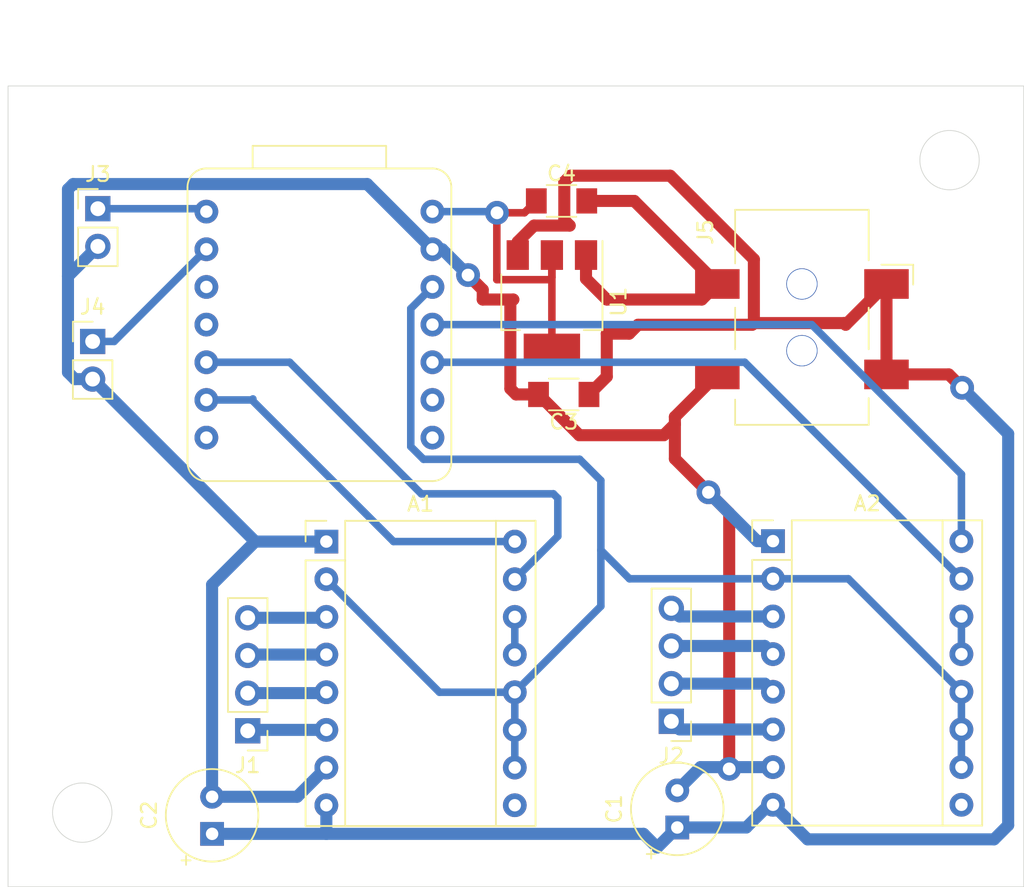
<source format=kicad_pcb>
(kicad_pcb (version 20240108) (generator "pcbnew") (generator_version "8.0")
  (layers (0 "F.Cu" signal) (31 "B.Cu" signal) (34 "B.Paste" user) (35 "F.Paste" user) (36 "B.SilkS" user "B.Silkscreen") (37 "F.SilkS" user "F.Silkscreen") (38 "B.Mask" user) (39 "F.Mask" user) (44 "Edge.Cuts" user))
  (net 0 "")
  (net 1 "D0")
  (net 2 "Net-(A1-1B)")
  (net 4 "Net-(A1-~{RESET})")
  (net 5 "+12V")
  (net 6 "+3.3V")
  (net 7 "Net-(A1-2A)")
  (net 8 "GND")
  (net 9 "Net-(A1-2B)")
  (net 10 "Net-(A1-1A)")
  (net 11 "D1")
  (net 12 "Net-(A2-1A)")
  (net 13 "Net-(A2-~{RESET})")
  (net 14 "Net-(A2-1B)")
  (net 15 "Net-(A2-2A)")
  (net 17 "Net-(A2-2B)")
  (net 18 "D4")
  (net 19 "D5")
  (net 23 "D10")
  (net 24 "D9")
  (net 27 "VCC")
  (footprint "Connector_PinHeader_2.54mm:PinHeader_1x04_P2.54mm_Vertical" (layer "F.Cu") (at 111.7 83.48 180)
    (property "Reference" "J1" (at 0 -2.33 180) (layer "F.SilkS"))
    (property "Value" "Conn_01x04_Pin")
    (fp_line (start 1.33 1.27) (end 1.33 8.95) (stroke (width 0.12)) (layer "F.SilkS"))
    (fp_line (start -1.33 8.95) (end 1.33 8.95) (stroke (width 0.12)) (layer "F.SilkS"))
    (fp_line (start -1.33 1.27) (end 1.33 1.27) (stroke (width 0.12)) (layer "F.SilkS"))
    (fp_line (start -1.33 1.27) (end -1.33 8.95) (stroke (width 0.12)) (layer "F.SilkS"))
    (fp_line (start -1.33 0) (end -1.33 -1.33) (stroke (width 0.12)) (layer "F.SilkS"))
    (fp_line (start -1.33 -1.33) (end 0 -1.33) (stroke (width 0.12)) (layer "F.SilkS"))
    (pad "1" thru_hole rect (at 0 0 180) (size 1.7 1.7) (drill 1) (layers "*.Cu" "*.Mask") (net 9 "Net-(A1-2B)"))
    (pad "2" thru_hole oval (at 0 2.54 180) (size 1.7 1.7) (drill 1) (layers "*.Cu" "*.Mask") (net 7 "Net-(A1-2A)"))
    (pad "3" thru_hole oval (at 0 5.08 180) (size 1.7 1.7) (drill 1) (layers "*.Cu" "*.Mask") (net 10 "Net-(A1-1A)"))
    (pad "4" thru_hole oval (at 0 7.62 180) (size 1.7 1.7) (drill 1) (layers "*.Cu" "*.Mask") (net 2 "Net-(A1-1B)"))
  )
  (footprint "Connector_PinHeader_2.54mm:PinHeader_1x02_P2.54mm_Vertical" (layer "F.Cu") (at 101.6 48.275)
    (property "Reference" "J3" (at 0 -2.33 0) (layer "F.SilkS"))
    (property "Value" "Conn_01x02_Pin")
    (fp_line (start -1.33 -1.33) (end 0 -1.33) (stroke (width 0.12)) (layer "F.SilkS"))
    (fp_line (start -1.33 0) (end -1.33 -1.33) (stroke (width 0.12)) (layer "F.SilkS"))
    (fp_line (start -1.33 1.27) (end -1.33 3.87) (stroke (width 0.12)) (layer "F.SilkS"))
    (fp_line (start -1.33 1.27) (end 1.33 1.27) (stroke (width 0.12)) (layer "F.SilkS"))
    (fp_line (start -1.33 3.87) (end 1.33 3.87) (stroke (width 0.12)) (layer "F.SilkS"))
    (fp_line (start 1.33 1.27) (end 1.33 3.87) (stroke (width 0.12)) (layer "F.SilkS"))
    (pad "1" thru_hole rect (at 0 0) (size 1.7 1.7) (drill 1) (layers "*.Cu" "*.Mask") (net 1 "D0"))
    (pad "2" thru_hole oval (at 0 2.54) (size 1.7 1.7) (drill 1) (layers "*.Cu" "*.Mask") (net 8 "GND"))
  )
  (footprint "Module:Pololu_Breakout-16_15.2x20.3mm" (layer "F.Cu") (at 117 70.72)
    (property "Reference" "A1" (at 6.35 -2.54 0) (layer "F.SilkS"))
    (property "Value" "Pololu_Breakout_A4988")
    (fp_line (start -1.4 -1.4) (end -1.4 0) (stroke (width 0.12)) (layer "F.SilkS"))
    (fp_line (start -1.4 1.27) (end -1.4 19.18) (stroke (width 0.12)) (layer "F.SilkS"))
    (fp_line (start -1.4 19.18) (end 14.1 19.18) (stroke (width 0.12)) (layer "F.SilkS"))
    (fp_line (start 0 -1.4) (end -1.4 -1.4) (stroke (width 0.12)) (layer "F.SilkS"))
    (fp_line (start 1.27 -1.4) (end 1.27 1.27) (stroke (width 0.12)) (layer "F.SilkS"))
    (fp_line (start 1.27 1.27) (end -1.4 1.27) (stroke (width 0.12)) (layer "F.SilkS"))
    (fp_line (start 1.27 1.27) (end 1.27 19.18) (stroke (width 0.12)) (layer "F.SilkS"))
    (fp_line (start 11.43 -1.4) (end 11.43 19.18) (stroke (width 0.12)) (layer "F.SilkS"))
    (fp_line (start 14.1 -1.4) (end 1.27 -1.4) (stroke (width 0.12)) (layer "F.SilkS"))
    (fp_line (start 14.1 19.18) (end 14.1 -1.4) (stroke (width 0.12)) (layer "F.SilkS"))
    (pad "1" thru_hole rect (at 0 0) (size 1.6 1.6) (drill 0.8382) (layers "*.Cu" "*.Mask") (net 8 "GND"))
    (pad "2" thru_hole oval (at 0 2.54) (size 1.6 1.6) (drill 0.8382) (layers "*.Cu" "*.Mask") (net 6 "+3.3V"))
    (pad "3" thru_hole oval (at 0 5.08) (size 1.6 1.6) (drill 0.8382) (layers "*.Cu" "*.Mask") (net 2 "Net-(A1-1B)"))
    (pad "4" thru_hole oval (at 0 7.62) (size 1.6 1.6) (drill 0.8382) (layers "*.Cu" "*.Mask") (net 10 "Net-(A1-1A)"))
    (pad "5" thru_hole oval (at 0 10.16) (size 1.6 1.6) (drill 0.8382) (layers "*.Cu" "*.Mask") (net 7 "Net-(A1-2A)"))
    (pad "6" thru_hole oval (at 0 12.7) (size 1.6 1.6) (drill 0.8382) (layers "*.Cu" "*.Mask") (net 9 "Net-(A1-2B)"))
    (pad "7" thru_hole oval (at 0 15.24) (size 1.6 1.6) (drill 0.8382) (layers "*.Cu" "*.Mask") (net 8 "GND"))
    (pad "8" thru_hole oval (at 0 17.78) (size 1.6 1.6) (drill 0.8382) (layers "*.Cu" "*.Mask") (net 5 "+12V"))
    (pad "9" thru_hole oval (at 12.7 17.78) (size 1.6 1.6) (drill 0.8382) (layers "*.Cu" "*.Mask"))
    (pad "10" thru_hole oval (at 12.7 15.24) (size 1.6 1.6) (drill 0.8382) (layers "*.Cu" "*.Mask") (net 6 "+3.3V"))
    (pad "11" thru_hole oval (at 12.7 12.7) (size 1.6 1.6) (drill 0.8382) (layers "*.Cu" "*.Mask") (net 6 "+3.3V"))
    (pad "12" thru_hole oval (at 12.7 10.16) (size 1.6 1.6) (drill 0.8382) (layers "*.Cu" "*.Mask") (net 6 "+3.3V"))
    (pad "13" thru_hole oval (at 12.7 7.62) (size 1.6 1.6) (drill 0.8382) (layers "*.Cu" "*.Mask") (net 4 "Net-(A1-~{RESET})"))
    (pad "14" thru_hole oval (at 12.7 5.08) (size 1.6 1.6) (drill 0.8382) (layers "*.Cu" "*.Mask") (net 4 "Net-(A1-~{RESET})"))
    (pad "15" thru_hole oval (at 12.7 2.54) (size 1.6 1.6) (drill 0.8382) (layers "*.Cu" "*.Mask") (net 18 "D4"))
    (pad "16" thru_hole oval (at 12.7 0) (size 1.6 1.6) (drill 0.8382) (layers "*.Cu" "*.Mask") (net 19 "D5"))
  )
  (footprint "Capacitor_THT:CP_Radial_Tantal_D6.0mm_P2.50mm" (layer "F.Cu") (at 140.65 90 90)
    (property "Reference" "C1" (at 1.25 -4.25 90) (layer "F.SilkS"))
    (property "Value" "C")
    (fp_line (start -1.789749 -2.055) (end -1.789749 -1.455) (stroke (width 0.12)) (layer "F.SilkS"))
    (fp_line (start -2.089749 -1.755) (end -1.489749 -1.755) (stroke (width 0.12)) (layer "F.SilkS"))
    (fp_circle (center 1.25 0) (end 4.37 0) (stroke (width 0.12)) (fill none) (layer "F.SilkS"))
    (pad "1" thru_hole rect (at 0 0 90) (size 1.6 1.6) (drill 0.8382) (layers "*.Cu" "*.Mask") (net 5 "+12V"))
    (pad "2" thru_hole circle (at 2.5 0 90) (size 1.6 1.6) (drill 0.8382) (layers "*.Cu" "*.Mask") (net 8 "GND"))
  )
  (footprint "fab:C_1206" (layer "F.Cu") (at 133 60.8 180)
    (property "Reference" "C3" (at 0 -1.85 0) (layer "F.SilkS"))
    (property "Value" "10uF")
    (fp_line (start 1 1.07) (end -1 1.07) (stroke (width 0.12)) (layer "F.SilkS"))
    (fp_line (start -1 -1.07) (end 1 -1.07) (stroke (width 0.12)) (layer "F.SilkS"))
    (pad "1" smd rect (at -1.7 0 180) (size 1.4 1.7) (layers "F.Cu" "F.Paste" "F.Mask") (net 5 "+12V"))
    (pad "2" smd rect (at 1.7 0 180) (size 1.4 1.7) (layers "F.Cu" "F.Paste" "F.Mask") (net 8 "GND"))
  )
  (footprint "Module:Pololu_Breakout-16_15.2x20.3mm" (layer "F.Cu") (at 147.1 70.69)
    (property "Reference" "A2" (at 6.35 -2.54 0) (layer "F.SilkS"))
    (property "Value" "Pololu_Breakout_A4988")
    (fp_line (start -1.4 -1.4) (end -1.4 0) (stroke (width 0.12)) (layer "F.SilkS"))
    (fp_line (start -1.4 1.27) (end -1.4 19.18) (stroke (width 0.12)) (layer "F.SilkS"))
    (fp_line (start -1.4 19.18) (end 14.1 19.18) (stroke (width 0.12)) (layer "F.SilkS"))
    (fp_line (start 0 -1.4) (end -1.4 -1.4) (stroke (width 0.12)) (layer "F.SilkS"))
    (fp_line (start 1.27 -1.4) (end 1.27 1.27) (stroke (width 0.12)) (layer "F.SilkS"))
    (fp_line (start 1.27 1.27) (end -1.4 1.27) (stroke (width 0.12)) (layer "F.SilkS"))
    (fp_line (start 1.27 1.27) (end 1.27 19.18) (stroke (width 0.12)) (layer "F.SilkS"))
    (fp_line (start 11.43 -1.4) (end 11.43 19.18) (stroke (width 0.12)) (layer "F.SilkS"))
    (fp_line (start 14.1 -1.4) (end 1.27 -1.4) (stroke (width 0.12)) (layer "F.SilkS"))
    (fp_line (start 14.1 19.18) (end 14.1 -1.4) (stroke (width 0.12)) (layer "F.SilkS"))
    (pad "1" thru_hole rect (at 0 0) (size 1.6 1.6) (drill 0.8382) (layers "*.Cu" "*.Mask") (net 8 "GND"))
    (pad "2" thru_hole oval (at 0 2.54) (size 1.6 1.6) (drill 0.8382) (layers "*.Cu" "*.Mask") (net 6 "+3.3V"))
    (pad "3" thru_hole oval (at 0 5.08) (size 1.6 1.6) (drill 0.8382) (layers "*.Cu" "*.Mask") (net 14 "Net-(A2-1B)"))
    (pad "4" thru_hole oval (at 0 7.62) (size 1.6 1.6) (drill 0.8382) (layers "*.Cu" "*.Mask") (net 12 "Net-(A2-1A)"))
    (pad "5" thru_hole oval (at 0 10.16) (size 1.6 1.6) (drill 0.8382) (layers "*.Cu" "*.Mask") (net 15 "Net-(A2-2A)"))
    (pad "6" thru_hole oval (at 0 12.7) (size 1.6 1.6) (drill 0.8382) (layers "*.Cu" "*.Mask") (net 17 "Net-(A2-2B)"))
    (pad "7" thru_hole oval (at 0 15.24) (size 1.6 1.6) (drill 0.8382) (layers "*.Cu" "*.Mask") (net 8 "GND"))
    (pad "8" thru_hole oval (at 0 17.78) (size 1.6 1.6) (drill 0.8382) (layers "*.Cu" "*.Mask") (net 5 "+12V"))
    (pad "9" thru_hole oval (at 12.7 17.78) (size 1.6 1.6) (drill 0.8382) (layers "*.Cu" "*.Mask"))
    (pad "10" thru_hole oval (at 12.7 15.24) (size 1.6 1.6) (drill 0.8382) (layers "*.Cu" "*.Mask") (net 6 "+3.3V"))
    (pad "11" thru_hole oval (at 12.7 12.7) (size 1.6 1.6) (drill 0.8382) (layers "*.Cu" "*.Mask") (net 6 "+3.3V"))
    (pad "12" thru_hole oval (at 12.7 10.16) (size 1.6 1.6) (drill 0.8382) (layers "*.Cu" "*.Mask") (net 6 "+3.3V"))
    (pad "13" thru_hole oval (at 12.7 7.62) (size 1.6 1.6) (drill 0.8382) (layers "*.Cu" "*.Mask") (net 13 "Net-(A2-~{RESET})"))
    (pad "14" thru_hole oval (at 12.7 5.08) (size 1.6 1.6) (drill 0.8382) (layers "*.Cu" "*.Mask") (net 13 "Net-(A2-~{RESET})"))
    (pad "15" thru_hole oval (at 12.7 2.54) (size 1.6 1.6) (drill 0.8382) (layers "*.Cu" "*.Mask") (net 24 "D9"))
    (pad "16" thru_hole oval (at 12.7 0) (size 1.6 1.6) (drill 0.8382) (layers "*.Cu" "*.Mask") (net 23 "D10"))
  )
  (footprint "fab:SOT-223-3_TabPin2" (layer "F.Cu") (at 132.2 54.55 -90)
    (property "Reference" "U1" (at 0 -4.5 90) (layer "F.SilkS"))
    (property "Value" "Regulator_Linear_5.0V_1A_OnSemi")
    (fp_line (start -1.85 3.41) (end 1.91 3.41) (stroke (width 0.12)) (layer "F.SilkS"))
    (fp_line (start 1.91 3.41) (end 1.91 2.15) (stroke (width 0.12)) (layer "F.SilkS"))
    (fp_line (start -4.1 -3.41) (end 1.91 -3.41) (stroke (width 0.12)) (layer "F.SilkS"))
    (fp_line (start 1.91 -3.41) (end 1.91 -2.15) (stroke (width 0.12)) (layer "F.SilkS"))
    (pad "1" smd rect (at -3.15 -2.3 270) (size 2 1.5) (layers "F.Cu" "F.Paste" "F.Mask") (net 8 "GND"))
    (pad "2" smd rect (at -3.15 0 270) (size 2 1.5) (layers "F.Cu" "F.Paste" "F.Mask") (net 27 "VCC"))
    (pad "2" smd rect (at 3.15 0 270) (size 2 3.8) (layers "F.Cu" "F.Paste" "F.Mask") (net 27 "VCC"))
    (pad "3" smd rect (at -3.15 2.3 270) (size 2 1.5) (layers "F.Cu" "F.Paste" "F.Mask") (net 5 "+12V"))
  )
  (footprint "Connector_PinHeader_2.54mm:PinHeader_1x02_P2.54mm_Vertical" (layer "F.Cu") (at 101.25 57.225)
    (property "Reference" "J4" (at 0 -2.33 0) (layer "F.SilkS"))
    (property "Value" "Conn_01x02_Pin")
    (fp_line (start -1.33 -1.33) (end 0 -1.33) (stroke (width 0.12)) (layer "F.SilkS"))
    (fp_line (start -1.33 0) (end -1.33 -1.33) (stroke (width 0.12)) (layer "F.SilkS"))
    (fp_line (start -1.33 1.27) (end -1.33 3.87) (stroke (width 0.12)) (layer "F.SilkS"))
    (fp_line (start -1.33 1.27) (end 1.33 1.27) (stroke (width 0.12)) (layer "F.SilkS"))
    (fp_line (start -1.33 3.87) (end 1.33 3.87) (stroke (width 0.12)) (layer "F.SilkS"))
    (fp_line (start 1.33 1.27) (end 1.33 3.87) (stroke (width 0.12)) (layer "F.SilkS"))
    (pad "1" thru_hole rect (at 0 0) (size 1.7 1.7) (drill 1) (layers "*.Cu" "*.Mask") (net 11 "D1"))
    (pad "2" thru_hole oval (at 0 2.54) (size 1.7 1.7) (drill 1) (layers "*.Cu" "*.Mask") (net 8 "GND"))
  )
  (footprint "fab:CUIDevices_PJ-002AH-SMT-TR_PWRJack_2x5.5mm" (layer "F.Cu") (at 149.05 56.35 -90)
    (property "Reference" "J5" (at -6.5 6.5 90) (layer "F.SilkS"))
    (property "Value" "Conn_PWRJack_2x5.5mm_CUIDevices_PJ-002AH-SMT-TR")
    (fp_line (start -8 4.5) (end -4.39 4.5) (stroke (width 0.12)) (layer "F.SilkS"))
    (fp_line (start -8 4.5) (end -8 -4.5) (stroke (width 0.12)) (layer "F.SilkS"))
    (fp_line (start -1.4 4.5) (end 1.4 4.5) (stroke (width 0.12)) (layer "F.SilkS"))
    (fp_line (start 6.5 4.5) (end 4.8 4.5) (stroke (width 0.12)) (layer "F.SilkS"))
    (fp_line (start -8 -4.5) (end -4.6 -4.5) (stroke (width 0.12)) (layer "F.SilkS"))
    (fp_line (start -1.4 -4.5) (end 1.4 -4.5) (stroke (width 0.12)) (layer "F.SilkS"))
    (fp_line (start 4.7 -4.5) (end 6.5 -4.5) (stroke (width 0.12)) (layer "F.SilkS"))
    (fp_line (start 6.5 -4.5) (end 6.5 4.5) (stroke (width 0.12)) (layer "F.SilkS"))
    (fp_line (start -4.3 -7.5) (end -4.3 -5.36) (stroke (width 0.12)) (layer "F.SilkS"))
    (fp_line (start -2.96 -7.5) (end -4.3 -7.5) (stroke (width 0.12)) (layer "F.SilkS"))
    (pad "" thru_hole circle (at -3 0) (size 2.1 2.1) (drill 2) (layers "*.Cu" "*.Mask"))
    (pad "" thru_hole circle (at 1.5 0) (size 2.1 2.1) (drill 2) (layers "*.Cu" "*.Mask"))
    (pad "1" smd rect (at -3 -5.7) (size 3 2) (layers "F.Cu" "F.Paste" "F.Mask") (net 5 "+12V"))
    (pad "1" smd rect (at 3.1 -5.7) (size 3 2) (layers "F.Cu" "F.Paste" "F.Mask") (net 5 "+12V"))
    (pad "2" smd rect (at 3.1 5.7) (size 3 2) (layers "F.Cu" "F.Paste" "F.Mask") (net 8 "GND"))
    (pad "3" smd rect (at -3 5.7) (size 3 2) (layers "F.Cu" "F.Paste" "F.Mask") (net 8 "GND"))
  )
  (footprint "Capacitor_THT:CP_Radial_Tantal_D6.0mm_P2.50mm" (layer "F.Cu") (at 109.3 90.43 90)
    (property "Reference" "C2" (at 1.25 -4.25 90) (layer "F.SilkS"))
    (property "Value" "C")
    (fp_line (start -1.789749 -2.055) (end -1.789749 -1.455) (stroke (width 0.12)) (layer "F.SilkS"))
    (fp_line (start -2.089749 -1.755) (end -1.489749 -1.755) (stroke (width 0.12)) (layer "F.SilkS"))
    (fp_circle (center 1.25 0) (end 4.37 0) (stroke (width 0.12)) (fill none) (layer "F.SilkS"))
    (pad "1" thru_hole rect (at 0 0 90) (size 1.6 1.6) (drill 0.8382) (layers "*.Cu" "*.Mask") (net 5 "+12V"))
    (pad "2" thru_hole circle (at 2.5 0 90) (size 1.6 1.6) (drill 0.8382) (layers "*.Cu" "*.Mask") (net 8 "GND"))
  )
  (footprint "fab:SeeedStudio_XIAO_ESP32C3" (layer "F.Cu") (at 116.53 56.09)
    (property "Reference" "M1" (hide yes))
    (property "Value" "Module_XIAO-ESP32C3")
    (fp_line (start -8.8875 9.281) (end -8.8875 -9.261) (stroke (width 0.12)) (layer "F.SilkS"))
    (fp_line (start -7.6175 -10.531) (end 7.6225 -10.531) (stroke (width 0.12)) (layer "F.SilkS"))
    (fp_line (start 7.6225 10.551) (end -7.6175 10.551) (stroke (width 0.12)) (layer "F.SilkS"))
    (fp_line (start 8.8925 -9.261) (end 8.8925 9.281) (stroke (width 0.12)) (layer "F.SilkS"))
    (fp_rect (start -4.4975 -10.531) (end 4.5025 -12.055) (stroke (width 0.12)) (fill none) (layer "F.SilkS"))
    (fp_arc (start -8.8875 -9.261) (mid -8.515526 -10.159026) (end -7.6175 -10.531) (stroke (width 0.12)) (layer "F.SilkS"))
    (fp_arc (start -7.6175 10.551) (mid -8.515526 10.179026) (end -8.8875 9.281) (stroke (width 0.12)) (layer "F.SilkS"))
    (fp_arc (start 7.6225 -10.531) (mid 8.520526 -10.159026) (end 8.8925 -9.261) (stroke (width 0.12)) (layer "F.SilkS"))
    (fp_arc (start 8.8925 9.281) (mid 8.520526 10.179026) (end 7.6225 10.551) (stroke (width 0.12)) (layer "F.SilkS"))
    (pad "1" thru_hole circle (at -7.615 -7.62) (size 1.6 1.6) (drill 0.8382) (layers "*.Cu" "*.Mask") (net 1 "D0"))
    (pad "2" thru_hole circle (at -7.615 -5.08) (size 1.6 1.6) (drill 0.8382) (layers "*.Cu" "*.Mask") (net 11 "D1"))
    (pad "3" thru_hole circle (at -7.615 -2.54) (size 1.6 1.6) (drill 0.8382) (layers "*.Cu" "*.Mask"))
    (pad "4" thru_hole circle (at -7.615 0) (size 1.6 1.6) (drill 0.8382) (layers "*.Cu" "*.Mask"))
    (pad "5" thru_hole circle (at -7.615 2.54) (size 1.6 1.6) (drill 0.8382) (layers "*.Cu" "*.Mask") (net 18 "D4"))
    (pad "6" thru_hole circle (at -7.615 5.08) (size 1.6 1.6) (drill 0.8382) (layers "*.Cu" "*.Mask") (net 19 "D5"))
    (pad "7" thru_hole circle (at -7.615 7.62) (size 1.6 1.6) (drill 0.8382) (layers "*.Cu" "*.Mask"))
    (pad "8" thru_hole circle (at 7.62 7.62) (size 1.6 1.6) (drill 0.8382) (layers "*.Cu" "*.Mask"))
    (pad "9" thru_hole circle (at 7.62 5.08) (size 1.6 1.6) (drill 0.8382) (layers "*.Cu" "*.Mask"))
    (pad "10" thru_hole circle (at 7.62 2.54) (size 1.6 1.6) (drill 0.8382) (layers "*.Cu" "*.Mask") (net 24 "D9"))
    (pad "11" thru_hole circle (at 7.62 0) (size 1.6 1.6) (drill 0.8382) (layers "*.Cu" "*.Mask") (net 23 "D10"))
    (pad "12" thru_hole circle (at 7.62 -2.54) (size 1.6 1.6) (drill 0.8382) (layers "*.Cu" "*.Mask") (net 6 "+3.3V"))
    (pad "13" thru_hole circle (at 7.62 -5.08) (size 1.6 1.6) (drill 0.8382) (layers "*.Cu" "*.Mask") (net 8 "GND"))
    (pad "14" thru_hole circle (at 7.62 -7.62) (size 1.6 1.6) (drill 0.8382) (layers "*.Cu" "*.Mask") (net 27 "VCC"))
  )
  (footprint "Connector_PinHeader_2.54mm:PinHeader_1x04_P2.54mm_Vertical" (layer "F.Cu") (at 140.25 82.84 180)
    (property "Reference" "J2" (at 0 -2.33 180) (layer "F.SilkS"))
    (property "Value" "Conn_01x04_Pin")
    (fp_line (start 1.33 1.27) (end 1.33 8.95) (stroke (width 0.12)) (layer "F.SilkS"))
    (fp_line (start -1.33 8.95) (end 1.33 8.95) (stroke (width 0.12)) (layer "F.SilkS"))
    (fp_line (start -1.33 1.27) (end 1.33 1.27) (stroke (width 0.12)) (layer "F.SilkS"))
    (fp_line (start -1.33 1.27) (end -1.33 8.95) (stroke (width 0.12)) (layer "F.SilkS"))
    (fp_line (start -1.33 0) (end -1.33 -1.33) (stroke (width 0.12)) (layer "F.SilkS"))
    (fp_line (start -1.33 -1.33) (end 0 -1.33) (stroke (width 0.12)) (layer "F.SilkS"))
    (pad "1" thru_hole rect (at 0 0 180) (size 1.7 1.7) (drill 1) (layers "*.Cu" "*.Mask") (net 17 "Net-(A2-2B)"))
    (pad "2" thru_hole oval (at 0 2.54 180) (size 1.7 1.7) (drill 1) (layers "*.Cu" "*.Mask") (net 15 "Net-(A2-2A)"))
    (pad "3" thru_hole oval (at 0 5.08 180) (size 1.7 1.7) (drill 1) (layers "*.Cu" "*.Mask") (net 12 "Net-(A2-1A)"))
    (pad "4" thru_hole oval (at 0 7.62 180) (size 1.7 1.7) (drill 1) (layers "*.Cu" "*.Mask") (net 14 "Net-(A2-1B)"))
  )
  (footprint "fab:C_1206" (layer "F.Cu") (at 132.85 47.75)
    (property "Reference" "C4" (at 0 -1.85 0) (layer "F.SilkS"))
    (property "Value" "10uF")
    (fp_line (start -1 -1.07) (end 1 -1.07) (stroke (width 0.12)) (layer "F.SilkS"))
    (fp_line (start 1 1.07) (end -1 1.07) (stroke (width 0.12)) (layer "F.SilkS"))
    (pad "1" smd rect (at -1.7 0) (size 1.4 1.7) (layers "F.Cu" "F.Paste" "F.Mask") (net 27 "VCC"))
    (pad "2" smd rect (at 1.7 0) (size 1.4 1.7) (layers "F.Cu" "F.Paste" "F.Mask") (net 8 "GND"))
  )
  (gr_circle (center 159 45) (end 159 47) (stroke (width 0.05)) (fill none) (layer "Edge.Cuts"))
  (gr_circle (center 100.55 89) (end 100.55 91) (stroke (width 0.05)) (fill none) (layer "Edge.Cuts"))
  (gr_rect (start 95.55 40) (end 164 94) (stroke (width 0.05)) (fill none) (layer "Edge.Cuts"))
  (segment (start 108.72 48.275) (end 108.915 48.47) (width 0.508) (layer "B.Cu") (net 1))
  (segment (start 101.6 48.275) (end 108.72 48.275) (width 0.508) (layer "B.Cu") (net 1))
  (segment (start 116.94 75.86) (end 117 75.8) (width 0.508) (layer "F.Cu") (net 2))
  (segment (start 111.7 75.86) (end 116.94 75.86) (width 0.8128) (layer "B.Cu") (net 2))
  (segment (start 129.7 75.8) (end 129.7 78.34) (width 0.508) (layer "B.Cu") (net 4))
  (segment (start 129.9 50.508684) (end 129.9 51.4) (width 0.8128) (layer "F.Cu") (net 5))
  (segment (start 133.0372 46.4628) (end 133.0372 49.05) (width 0.8128) (layer "F.Cu") (net 5))
  (segment (start 145.8128 55.9872) (end 151.8872 55.9872) (width 0.8128) (layer "F.Cu") (net 5))
  (segment (start 133.4 49.4128) (end 130.995884 49.4128) (width 0.8128) (layer "F.Cu") (net 5))
  (segment (start 152 56.1) (end 154.75 53.35) (width 0.8128) (layer "F.Cu") (net 5))
  (segment (start 140.1756 46.05) (end 133.45 46.05) (width 0.8128) (layer "F.Cu") (net 5))
  (segment (start 133.0372 49.05) (end 133.4 49.4128) (width 0.8128) (layer "F.Cu") (net 5))
  (segment (start 154.75 59.45) (end 158.95 59.45) (width 0.8128) (layer "F.Cu") (net 5))
  (segment (start 158.95 59.45) (end 159.85 60.35) (width 0.8128) (layer "F.Cu") (net 5))
  (segment (start 151.8872 55.9872) (end 152 56.1) (width 0.8128) (layer "F.Cu") (net 5))
  (segment (start 130.995884 49.4128) (end 129.9 50.508684) (width 0.8128) (layer "F.Cu") (net 5))
  (segment (start 135.9 59.6) (end 135.9 56.7) (width 0.8128) (layer "F.Cu") (net 5))
  (segment (start 145.7 56.1) (end 145.8128 55.9872) (width 0.8128) (layer "F.Cu") (net 5))
  (segment (start 145.8128 55.9872) (end 145.8128 51.6872) (width 0.8128) (layer "F.Cu") (net 5))
  (segment (start 134.7 60.8) (end 135.9 59.6) (width 0.8128) (layer "F.Cu") (net 5))
  (segment (start 154.75 59.45) (end 154.75 53.35) (width 0.8128) (layer "F.Cu") (net 5))
  (segment (start 135.9 56.7) (end 137.408 56.7) (width 0.8128) (layer "F.Cu") (net 5))
  (segment (start 137.408 56.7) (end 138.008 56.1) (width 0.8128) (layer "F.Cu") (net 5))
  (segment (start 147.1 88.47) (end 146.83 88.47) (width 0.8128) (layer "F.Cu") (net 5))
  (segment (start 133.45 46.05) (end 133.0372 46.4628) (width 0.8128) (layer "F.Cu") (net 5))
  (segment (start 138.008 56.1) (end 145.7 56.1) (width 0.8128) (layer "F.Cu") (net 5))
  (segment (start 145.8128 51.6872) (end 140.1756 46.05) (width 0.8128) (layer "F.Cu") (net 5))
  (via (at 159.85 60.35) (size 1.6) (drill 0.86) (layers "F.Cu" "B.Cu") (net 5))
  (segment (start 146.83 88.47) (end 145.3 90) (width 0.8128) (layer "B.Cu") (net 5))
  (segment (start 162.95 63.45) (end 159.85 60.35) (width 0.8128) (layer "B.Cu") (net 5))
  (segment (start 139.3 91.35) (end 140.65 90) (width 0.8128) (layer "B.Cu") (net 5))
  (segment (start 117 90.43) (end 109.3 90.43) (width 0.8128) (layer "B.Cu") (net 5))
  (segment (start 139.3 91.35) (end 138.38 90.43) (width 0.8128) (layer "B.Cu") (net 5))
  (segment (start 145.3 90) (end 140.65 90) (width 0.8128) (layer "B.Cu") (net 5))
  (segment (start 138.38 90.43) (end 117 90.43) (width 0.8128) (layer "B.Cu") (net 5))
  (segment (start 147.1 88.47) (end 149.43 90.8) (width 0.8128) (layer "B.Cu") (net 5))
  (segment (start 162 90.8) (end 162.95 89.85) (width 0.8128) (layer "B.Cu") (net 5))
  (segment (start 162.95 89.85) (end 162.95 63.45) (width 0.8128) (layer "B.Cu") (net 5))
  (segment (start 149.43 90.8) (end 162 90.8) (width 0.8128) (layer "B.Cu") (net 5))
  (segment (start 117 90.43) (end 117 88.5) (width 0.8128) (layer "B.Cu") (net 5))
  (segment (start 135.5 66.6) (end 134.0704 65.1704) (width 0.508) (layer "B.Cu") (net 6))
  (segment (start 123.545082 65.1704) (end 122.6896 64.314918) (width 0.508) (layer "B.Cu") (net 6))
  (segment (start 129.7 85.96) (end 129.7 83.42) (width 0.508) (layer "B.Cu") (net 6))
  (segment (start 122.6896 55.0104) (end 124.15 53.55) (width 0.508) (layer "B.Cu") (net 6))
  (segment (start 137.43 73.23) (end 147.1 73.23) (width 0.508) (layer "B.Cu") (net 6))
  (segment (start 122.6896 64.314918) (end 122.6896 55.0104) (width 0.508) (layer "B.Cu") (net 6))
  (segment (start 159.8 80.85) (end 159.8 83.39) (width 0.508) (layer "B.Cu") (net 6))
  (segment (start 135.5 71.3) (end 137.43 73.23) (width 0.508) (layer "B.Cu") (net 6))
  (segment (start 147.1 73.23) (end 152.18 73.23) (width 0.508) (layer "B.Cu") (net 6))
  (segment (start 159.8 83.39) (end 159.8 85.93) (width 0.508) (layer "B.Cu") (net 6))
  (segment (start 135.5 71.3) (end 135.5 66.6) (width 0.508) (layer "B.Cu") (net 6))
  (segment (start 135.5 75.08) (end 135.5 71.3) (width 0.508) (layer "B.Cu") (net 6))
  (segment (start 152.18 73.23) (end 159.8 80.85) (width 0.508) (layer "B.Cu") (net 6))
  (segment (start 124.62 80.88) (end 117 73.26) (width 0.508) (layer "B.Cu") (net 6))
  (segment (start 129.7 80.88) (end 124.62 80.88) (width 0.508) (layer "B.Cu") (net 6))
  (segment (start 129.7 80.88) (end 135.5 75.08) (width 0.508) (layer "B.Cu") (net 6))
  (segment (start 134.0704 65.1704) (end 123.545082 65.1704) (width 0.508) (layer "B.Cu") (net 6))
  (segment (start 129.7 83.42) (end 129.7 80.88) (width 0.508) (layer "B.Cu") (net 6))
  (segment (start 116.94 80.94) (end 117 80.88) (width 0.508) (layer "F.Cu") (net 7))
  (segment (start 111.7 80.94) (end 116.94 80.94) (width 0.8128) (layer "B.Cu") (net 7))
  (segment (start 134.05 63.55) (end 139.7396 63.55) (width 0.8128) (layer "F.Cu") (net 8))
  (segment (start 139.7396 63.55) (end 140.4896 62.8) (width 0.8128) (layer "F.Cu") (net 8))
  (segment (start 137.75 47.75) (end 143.35 53.35) (width 0.8128) (layer "F.Cu") (net 8))
  (segment (start 129.4 60.4128) (end 129.4 54.6) (width 0.8128) (layer "F.Cu") (net 8))
  (segment (start 129.7872 60.8) (end 129.4 60.4128) (width 0.8128) (layer "F.Cu") (net 8))
  (segment (start 127.54 54.4) (end 127.54 53.74) (width 0.8128) (layer "F.Cu") (net 8))
  (segment (start 134.55 47.75) (end 137.75 47.75) (width 0.8128) (layer "F.Cu") (net 8))
  (segment (start 140.4896 62.3104) (end 140.4896 62.8) (width 0.8128) (layer "F.Cu") (net 8))
  (segment (start 131.3 60.8) (end 129.7872 60.8) (width 0.8128) (layer "F.Cu") (net 8))
  (segment (start 127.54 53.74) (end 126.55 52.75) (width 0.8128) (layer "F.Cu") (net 8))
  (segment (start 134.5 53) (end 134.5 51.4) (width 0.8128) (layer "F.Cu") (net 8))
  (segment (start 134.05 63.55) (end 131.3 60.8) (width 0.8128) (layer "F.Cu") (net 8))
  (segment (start 129.4 54.6) (end 129.6 54.4) (width 0.8128) (layer "F.Cu") (net 8))
  (segment (start 142.3 54.4) (end 143.35 53.35) (width 0.8128) (layer "F.Cu") (net 8))
  (segment (start 140.4896 65.1396) (end 142.75 67.4) (width 0.8128) (layer "F.Cu") (net 8))
  (segment (start 129.6 54.4) (end 127.54 54.4) (width 0.8128) (layer "F.Cu") (net 8))
  (segment (start 135.9 54.4) (end 142.3 54.4) (width 0.8128) (layer "F.Cu") (net 8))
  (segment (start 140.4896 62.8) (end 140.4896 65.1396) (width 0.8128) (layer "F.Cu") (net 8))
  (segment (start 143.35 59.45) (end 140.4896 62.3104) (width 0.8128) (layer "F.Cu") (net 8))
  (segment (start 135.9 54.4) (end 134.5 53) (width 0.8128) (layer "F.Cu") (net 8))
  (segment (start 144.15 86.05) (end 144.15 68.8) (width 0.8128) (layer "F.Cu") (net 8))
  (segment (start 144.15 68.8) (end 142.75 67.4) (width 0.8128) (layer "F.Cu") (net 8))
  (via (at 142.75 67.4) (size 1.6) (drill 0.86) (layers "F.Cu" "B.Cu") (net 8))
  (via (at 126.55 52.75) (size 1.6) (drill 0.86) (layers "F.Cu" "B.Cu") (net 8))
  (via (at 144.15 86.05) (size 1.6) (drill 0.86) (layers "F.Cu" "B.Cu") (net 8))
  (segment (start 99.5872 52.8278) (end 101.6 50.815) (width 0.8128) (layer "B.Cu") (net 8))
  (segment (start 112.205 70.72) (end 117 70.72) (width 0.8128) (layer "B.Cu") (net 8))
  (segment (start 109.3 87.93) (end 115.03 87.93) (width 0.8128) (layer "B.Cu") (net 8))
  (segment (start 115.03 87.93) (end 117 85.96) (width 0.8128) (layer "B.Cu") (net 8))
  (segment (start 112.205 70.72) (end 109.3 73.625) (width 0.8128) (layer "B.Cu") (net 8))
  (segment (start 109.3 73.625) (end 109.3 87.93) (width 0.8128) (layer "B.Cu") (net 8))
  (segment (start 124.15 51.01) (end 119.7522 46.6122) (width 0.8128) (layer "B.Cu") (net 8))
  (segment (start 99.5872 46.9622) (end 99.5872 52.8278) (width 0.8128) (layer "B.Cu") (net 8))
  (segment (start 99.9372 46.6122) (end 99.5872 46.9622) (width 0.8128) (layer "B.Cu") (net 8))
  (segment (start 124.81 51.01) (end 126.55 52.75) (width 0.8128) (layer "B.Cu") (net 8))
  (segment (start 99.5872 59.304281) (end 99.5872 52.8278) (width 0.8128) (layer "B.Cu") (net 8))
  (segment (start 119.7522 46.6122) (end 99.9372 46.6122) (width 0.8128) (layer "B.Cu") (net 8))
  (segment (start 100.047919 59.765) (end 99.5872 59.304281) (width 0.8128) (layer "B.Cu") (net 8))
  (segment (start 147.1 70.69) (end 146.04 70.69) (width 0.8128) (layer "B.Cu") (net 8))
  (segment (start 146.04 70.69) (end 142.75 67.4) (width 0.8128) (layer "B.Cu") (net 8))
  (segment (start 101.25 59.765) (end 112.205 70.72) (width 0.8128) (layer "B.Cu") (net 8))
  (segment (start 142.22 85.93) (end 140.65 87.5) (width 0.8128) (layer "B.Cu") (net 8))
  (segment (start 124.15 51.01) (end 124.81 51.01) (width 0.8128) (layer "B.Cu") (net 8))
  (segment (start 101.25 59.765) (end 100.047919 59.765) (width 0.8128) (layer "B.Cu") (net 8))
  (segment (start 147.1 85.93) (end 142.22 85.93) (width 0.8128) (layer "B.Cu") (net 8))
  (segment (start 111.76 83.42) (end 111.7 83.48) (width 0.508) (layer "F.Cu") (net 9))
  (segment (start 117 83.42) (end 111.76 83.42) (width 0.8128) (layer "B.Cu") (net 9))
  (segment (start 111.76 78.34) (end 111.7 78.4) (width 0.508) (layer "F.Cu") (net 10))
  (segment (start 117 78.34) (end 111.76 78.34) (width 0.8128) (layer "B.Cu") (net 10))
  (segment (start 102.7 57.225) (end 108.915 51.01) (width 0.508) (layer "B.Cu") (net 11))
  (segment (start 101.25 57.225) (end 102.7 57.225) (width 0.508) (layer "B.Cu") (net 11))
  (segment (start 146.55 77.76) (end 147.1 78.31) (width 0.8128) (layer "B.Cu") (net 12))
  (segment (start 140.25 77.76) (end 146.55 77.76) (width 0.8128) (layer "B.Cu") (net 12))
  (segment (start 159.8 75.77) (end 159.8 78.31) (width 0.508) (layer "B.Cu") (net 13))
  (segment (start 147.1 75.77) (end 140.8 75.77) (width 0.8128) (layer "B.Cu") (net 14))
  (segment (start 140.8 75.77) (end 140.25 75.22) (width 0.8128) (layer "B.Cu") (net 14))
  (segment (start 140.25 80.3) (end 146.55 80.3) (width 0.8128) (layer "B.Cu") (net 15))
  (segment (start 146.55 80.3) (end 147.1 80.85) (width 0.8128) (layer "B.Cu") (net 15))
  (segment (start 140.8 83.39) (end 140.25 82.84) (width 0.508) (layer "F.Cu") (net 17))
  (segment (start 140.8 83.39) (end 147.1 83.39) (width 0.8128) (layer "B.Cu") (net 17))
  (segment (start 140.25 82.84) (end 140.8 83.39) (width 0.508) (layer "B.Cu") (net 17))
  (segment (start 108.915 58.63) (end 114.53 58.63) (width 0.508) (layer "B.Cu") (net 18))
  (segment (start 132.6 70.36) (end 129.7 73.26) (width 0.508) (layer "B.Cu") (net 18))
  (segment (start 132.3 67.5) (end 132.6 67.8) (width 0.508) (layer "B.Cu") (net 18))
  (segment (start 123.4 67.5) (end 132.3 67.5) (width 0.508) (layer "B.Cu") (net 18))
  (segment (start 114.53 58.63) (end 123.4 67.5) (width 0.508) (layer "B.Cu") (net 18))
  (segment (start 132.6 67.8) (end 132.6 70.36) (width 0.508) (layer "B.Cu") (net 18))
  (segment (start 111.98 61.17) (end 112.05 61.1) (width 0.508) (layer "B.Cu") (net 19))
  (segment (start 108.915 61.17) (end 111.98 61.17) (width 0.508) (layer "B.Cu") (net 19))
  (segment (start 111.98 61.17) (end 121.53 70.72) (width 0.508) (layer "B.Cu") (net 19))
  (segment (start 121.53 70.72) (end 129.7 70.72) (width 0.508) (layer "B.Cu") (net 19))
  (segment (start 159.8 66.181129) (end 159.8 70.69) (width 0.508) (layer "B.Cu") (net 23))
  (segment (start 149.708871 56.09) (end 159.8 66.181129) (width 0.508) (layer "B.Cu") (net 23))
  (segment (start 124.15 56.09) (end 149.708871 56.09) (width 0.508) (layer "B.Cu") (net 23))
  (segment (start 145.2 58.63) (end 159.8 73.23) (width 0.508) (layer "B.Cu") (net 24))
  (segment (start 124.15 58.63) (end 145.2 58.63) (width 0.508) (layer "B.Cu") (net 24))
  (segment (start 130.45 48.45) (end 131.15 47.75) (width 0.508) (layer "F.Cu") (net 27))
  (segment (start 128.4896 53.0604) (end 128.4896 48.5604) (width 0.508) (layer "F.Cu") (net 27))
  (segment (start 132.2 52.908) (end 132.0476 53.0604) (width 0.508) (layer "F.Cu") (net 27))
  (segment (start 128.5 48.55) (end 130.35 48.55) (width 0.508) (layer "F.Cu") (net 27))
  (segment (start 132.2 57.7) (end 132.2 51.4) (width 0.508) (layer "F.Cu") (net 27))
  (segment (start 130.35 48.55) (end 131.15 47.75) (width 0.508) (layer "F.Cu") (net 27))
  (segment (start 132.0476 53.0604) (end 128.4896 53.0604) (width 0.508) (layer "F.Cu") (net 27))
  (segment (start 128.4896 48.5604) (end 128.5 48.55) (width 0.508) (layer "F.Cu") (net 27))
  (segment (start 124.23 48.55) (end 124.15 48.47) (width 0.508) (layer "F.Cu") (net 27))
  (segment (start 132.2 51.4) (end 132.2 52.908) (width 0.508) (layer "F.Cu") (net 27))
  (via (at 128.5 48.55) (size 1.6) (drill 0.86) (layers "F.Cu" "B.Cu") (net 27))
  (segment (start 128.42 48.47) (end 128.5 48.55) (width 0.508) (layer "B.Cu") (net 27))
  (segment (start 124.15 48.47) (end 128.42 48.47) (width 0.508) (layer "B.Cu") (net 27))
)
</source>
